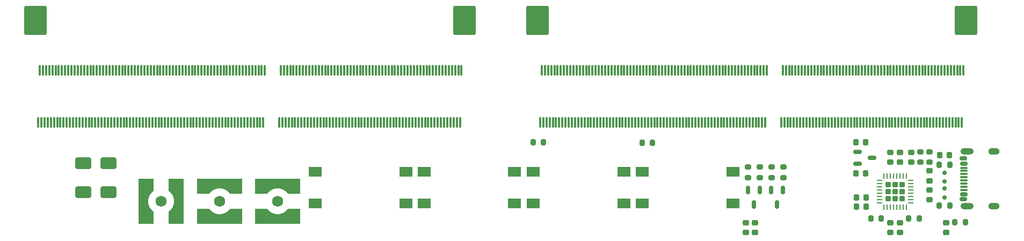
<source format=gtp>
%TF.GenerationSoftware,KiCad,Pcbnew,9.0.0*%
%TF.CreationDate,2025-09-20T16:18:57+02:00*%
%TF.ProjectId,ecap5-bcarrier-xlite,65636170-352d-4626-9361-72726965722d,rev?*%
%TF.SameCoordinates,Original*%
%TF.FileFunction,Paste,Top*%
%TF.FilePolarity,Positive*%
%FSLAX46Y46*%
G04 Gerber Fmt 4.6, Leading zero omitted, Abs format (unit mm)*
G04 Created by KiCad (PCBNEW 9.0.0) date 2025-09-20 16:18:57*
%MOMM*%
%LPD*%
G01*
G04 APERTURE LIST*
G04 Aperture macros list*
%AMRoundRect*
0 Rectangle with rounded corners*
0 $1 Rounding radius*
0 $2 $3 $4 $5 $6 $7 $8 $9 X,Y pos of 4 corners*
0 Add a 4 corners polygon primitive as box body*
4,1,4,$2,$3,$4,$5,$6,$7,$8,$9,$2,$3,0*
0 Add four circle primitives for the rounded corners*
1,1,$1+$1,$2,$3*
1,1,$1+$1,$4,$5*
1,1,$1+$1,$6,$7*
1,1,$1+$1,$8,$9*
0 Add four rect primitives between the rounded corners*
20,1,$1+$1,$2,$3,$4,$5,0*
20,1,$1+$1,$4,$5,$6,$7,0*
20,1,$1+$1,$6,$7,$8,$9,0*
20,1,$1+$1,$8,$9,$2,$3,0*%
%AMFreePoly0*
4,1,25,-1.500000,1.420000,-1.360000,1.280000,-1.205000,1.155000,-1.035000,1.045000,-0.860000,0.950000,-0.675000,0.875000,-0.480000,0.820000,-0.280000,0.780000,-0.085000,0.765000,0.085000,0.765000,0.280000,0.780000,0.480000,0.820000,0.675000,0.875000,0.860000,0.950000,1.035000,1.045000,1.205000,1.155000,1.360000,1.280000,1.500000,1.420000,1.645000,1.595000,3.555000,1.595000,
3.555000,-0.755000,-3.555000,-0.755000,-3.555000,1.595000,-1.645000,1.595000,-1.500000,1.420000,-1.500000,1.420000,$1*%
G04 Aperture macros list end*
%ADD10RoundRect,0.200000X0.200000X0.275000X-0.200000X0.275000X-0.200000X-0.275000X0.200000X-0.275000X0*%
%ADD11RoundRect,0.150000X0.200000X-0.150000X0.200000X0.150000X-0.200000X0.150000X-0.200000X-0.150000X0*%
%ADD12C,1.730000*%
%ADD13FreePoly0,180.000000*%
%ADD14FreePoly0,0.000000*%
%ADD15RoundRect,0.225000X0.250000X-0.225000X0.250000X0.225000X-0.250000X0.225000X-0.250000X-0.225000X0*%
%ADD16RoundRect,0.225000X-0.250000X0.225000X-0.250000X-0.225000X0.250000X-0.225000X0.250000X0.225000X0*%
%ADD17RoundRect,0.225000X-0.225000X-0.250000X0.225000X-0.250000X0.225000X0.250000X-0.225000X0.250000X0*%
%ADD18R,2.000000X1.500000*%
%ADD19RoundRect,0.218750X-0.256250X0.218750X-0.256250X-0.218750X0.256250X-0.218750X0.256250X0.218750X0*%
%ADD20RoundRect,0.200000X-0.275000X0.200000X-0.275000X-0.200000X0.275000X-0.200000X0.275000X0.200000X0*%
%ADD21RoundRect,0.200000X-0.200000X-0.275000X0.200000X-0.275000X0.200000X0.275000X-0.200000X0.275000X0*%
%ADD22RoundRect,0.150000X-0.150000X0.512500X-0.150000X-0.512500X0.150000X-0.512500X0.150000X0.512500X0*%
%ADD23RoundRect,0.250000X1.000000X0.650000X-1.000000X0.650000X-1.000000X-0.650000X1.000000X-0.650000X0*%
%ADD24RoundRect,0.200000X0.275000X-0.200000X0.275000X0.200000X-0.275000X0.200000X-0.275000X-0.200000X0*%
%ADD25RoundRect,0.222500X0.222500X-0.222500X0.222500X0.222500X-0.222500X0.222500X-0.222500X-0.222500X0*%
%ADD26RoundRect,0.062500X0.062500X-0.375000X0.062500X0.375000X-0.062500X0.375000X-0.062500X-0.375000X0*%
%ADD27RoundRect,0.062500X0.375000X-0.062500X0.375000X0.062500X-0.375000X0.062500X-0.375000X-0.062500X0*%
%ADD28FreePoly0,90.000000*%
%ADD29FreePoly0,270.000000*%
%ADD30RoundRect,0.218750X0.256250X-0.218750X0.256250X0.218750X-0.256250X0.218750X-0.256250X-0.218750X0*%
%ADD31RoundRect,0.150000X0.425000X-0.150000X0.425000X0.150000X-0.425000X0.150000X-0.425000X-0.150000X0*%
%ADD32RoundRect,0.075000X0.500000X-0.075000X0.500000X0.075000X-0.500000X0.075000X-0.500000X-0.075000X0*%
%ADD33O,2.100000X1.000000*%
%ADD34O,1.800000X1.000000*%
%ADD35RoundRect,0.225000X0.225000X0.250000X-0.225000X0.250000X-0.225000X-0.250000X0.225000X-0.250000X0*%
%ADD36RoundRect,0.150000X-0.512500X-0.150000X0.512500X-0.150000X0.512500X0.150000X-0.512500X0.150000X0*%
%ADD37RoundRect,0.075000X-0.075000X-0.775000X0.075000X-0.775000X0.075000X0.775000X-0.075000X0.775000X0*%
%ADD38RoundRect,0.250000X-1.500000X-2.050000X1.500000X-2.050000X1.500000X2.050000X-1.500000X2.050000X0*%
%ADD39RoundRect,0.218750X-0.218750X-0.256250X0.218750X-0.256250X0.218750X0.256250X-0.218750X0.256250X0*%
%ADD40RoundRect,0.150000X-0.200000X0.150000X-0.200000X-0.150000X0.200000X-0.150000X0.200000X0.150000X0*%
G04 APERTURE END LIST*
D10*
%TO.C,R2*%
X226785000Y-112415000D03*
X225135000Y-112415000D03*
%TD*%
D11*
%TO.C,D4*%
X225960000Y-113715000D03*
X225960000Y-115115000D03*
%TD*%
D12*
%TO.C,J7*%
X120785000Y-118240000D03*
D13*
X120785000Y-115440000D03*
D14*
X120785000Y-121040000D03*
%TD*%
D15*
%TO.C,C4*%
X218910000Y-112015000D03*
X218910000Y-110465000D03*
%TD*%
%TO.C,C9*%
X220660000Y-112015000D03*
X220660000Y-110465000D03*
%TD*%
D16*
%TO.C,C7*%
X223610000Y-116390000D03*
X223610000Y-117940000D03*
%TD*%
D17*
%TO.C,C2*%
X211980000Y-113815000D03*
X213530000Y-113815000D03*
%TD*%
D18*
%TO.C,SW3*%
X175385000Y-118540000D03*
X161085000Y-118540000D03*
X175385000Y-113540000D03*
X161085000Y-113540000D03*
%TD*%
D19*
%TO.C,D2*%
X194577500Y-121552500D03*
X194577500Y-123127500D03*
%TD*%
D17*
%TO.C,C1*%
X211980000Y-108890000D03*
X213530000Y-108890000D03*
%TD*%
D20*
%TO.C,R10*%
X198702500Y-112827500D03*
X198702500Y-114477500D03*
%TD*%
D21*
%TO.C,R6*%
X214335000Y-120915000D03*
X215985000Y-120915000D03*
%TD*%
D22*
%TO.C,Q2*%
X200490000Y-116415000D03*
X198590000Y-116415000D03*
X199540000Y-118690000D03*
%TD*%
D23*
%TO.C,D1*%
X94135000Y-116740000D03*
X90135000Y-116740000D03*
%TD*%
%TO.C,D9*%
X94135000Y-112190000D03*
X90135000Y-112190000D03*
%TD*%
D15*
%TO.C,C8*%
X223610000Y-114965000D03*
X223610000Y-113415000D03*
%TD*%
D24*
%TO.C,R9*%
X196827500Y-114477500D03*
X196827500Y-112827500D03*
%TD*%
D18*
%TO.C,SW4*%
X192560000Y-118565000D03*
X178260000Y-118565000D03*
X192560000Y-113565000D03*
X178260000Y-113565000D03*
%TD*%
D25*
%TO.C,U1*%
X217050000Y-117777500D03*
X218150000Y-117777500D03*
X219250000Y-117777500D03*
X217050000Y-116677500D03*
X218150000Y-116677500D03*
X219250000Y-116677500D03*
X217050000Y-115577500D03*
X218150000Y-115577500D03*
X219250000Y-115577500D03*
D26*
X216400000Y-119115000D03*
X216900000Y-119115000D03*
X217400000Y-119115000D03*
X217900000Y-119115000D03*
X218400000Y-119115000D03*
X218900000Y-119115000D03*
X219400000Y-119115000D03*
X219900000Y-119115000D03*
D27*
X220587500Y-118427500D03*
X220587500Y-117927500D03*
X220587500Y-117427500D03*
X220587500Y-116927500D03*
X220587500Y-116427500D03*
X220587500Y-115927500D03*
X220587500Y-115427500D03*
X220587500Y-114927500D03*
D26*
X219900000Y-114240000D03*
X219400000Y-114240000D03*
X218900000Y-114240000D03*
X218400000Y-114240000D03*
X217900000Y-114240000D03*
X217400000Y-114240000D03*
X216900000Y-114240000D03*
X216400000Y-114240000D03*
D27*
X215712500Y-114927500D03*
X215712500Y-115427500D03*
X215712500Y-115927500D03*
X215712500Y-116427500D03*
X215712500Y-116927500D03*
X215712500Y-117427500D03*
X215712500Y-117927500D03*
X215712500Y-118427500D03*
%TD*%
D20*
%TO.C,R8*%
X194952500Y-112827500D03*
X194952500Y-114477500D03*
%TD*%
D12*
%TO.C,J6*%
X102415000Y-118190000D03*
D28*
X105215000Y-118190000D03*
D29*
X99615000Y-118190000D03*
%TD*%
D30*
%TO.C,D7*%
X218885000Y-123127500D03*
X218885000Y-121552500D03*
%TD*%
D31*
%TO.C,J5*%
X228935000Y-117865000D03*
X228955000Y-117065000D03*
D32*
X228955000Y-115915000D03*
X228955000Y-114915000D03*
X228955000Y-114415000D03*
X228955000Y-113415000D03*
D31*
X228955000Y-112265000D03*
X228935000Y-111465000D03*
X228935000Y-111465000D03*
X228955000Y-112265000D03*
D32*
X228955000Y-112915000D03*
X228955000Y-113915000D03*
X228955000Y-115415000D03*
X228955000Y-116415000D03*
D31*
X228955000Y-117065000D03*
X228935000Y-117865000D03*
D33*
X229530000Y-118985000D03*
D34*
X233710000Y-118985000D03*
D33*
X229530000Y-110345000D03*
D34*
X233710000Y-110345000D03*
%TD*%
D10*
%TO.C,R7*%
X221935000Y-120940000D03*
X220285000Y-120940000D03*
%TD*%
D30*
%TO.C,D5*%
X226185000Y-123127500D03*
X226185000Y-121552500D03*
%TD*%
D35*
%TO.C,C5*%
X213585000Y-117590000D03*
X212035000Y-117590000D03*
%TD*%
D36*
%TO.C,U2*%
X212222500Y-110405000D03*
X212222500Y-112305000D03*
X214497500Y-111355000D03*
%TD*%
D22*
%TO.C,Q1*%
X196827500Y-116415000D03*
X194927500Y-116415000D03*
X195877500Y-118690000D03*
%TD*%
D19*
%TO.C,D8*%
X196052500Y-121552500D03*
X196052500Y-123127500D03*
%TD*%
D10*
%TO.C,R1*%
X226785000Y-118915000D03*
X225135000Y-118915000D03*
%TD*%
D18*
%TO.C,SW2*%
X158160000Y-118540000D03*
X143860000Y-118540000D03*
X158160000Y-113540000D03*
X143860000Y-113540000D03*
%TD*%
D37*
%TO.C,J2*%
X162185000Y-105740000D03*
X162435000Y-97540001D03*
X162685000Y-105740000D03*
X162935000Y-97540001D03*
X163185000Y-105740000D03*
X163435000Y-97540001D03*
X163685000Y-105740000D03*
X163935000Y-97540001D03*
X164185000Y-105740000D03*
X164435000Y-97540001D03*
X164685000Y-105740000D03*
X164935000Y-97540001D03*
X165185000Y-105740000D03*
X165435000Y-97540001D03*
X165685000Y-105740000D03*
X165935000Y-97540001D03*
X166185000Y-105740000D03*
X166435000Y-97540001D03*
X166685000Y-105740000D03*
X166935000Y-97540001D03*
X167185000Y-105740000D03*
X167435000Y-97540001D03*
X167685000Y-105740000D03*
X167935000Y-97540001D03*
X168185000Y-105740000D03*
X168435000Y-97540001D03*
X168685000Y-105740000D03*
X168935000Y-97540001D03*
X169185000Y-105740000D03*
X169435000Y-97540001D03*
X169685000Y-105740000D03*
X169935000Y-97540001D03*
X170185000Y-105740000D03*
X170435000Y-97540001D03*
X170685000Y-105740000D03*
X170935000Y-97540001D03*
X171185000Y-105740000D03*
X171435000Y-97540001D03*
X171685000Y-105740000D03*
X171935000Y-97540001D03*
X172185000Y-105740000D03*
X172435000Y-97540001D03*
X172685000Y-105740000D03*
X172935000Y-97540001D03*
X173185000Y-105740000D03*
X173435000Y-97540001D03*
X173685000Y-105740000D03*
X173935000Y-97540001D03*
X174185000Y-105740000D03*
X174435000Y-97540001D03*
X174685000Y-105740000D03*
X174935000Y-97540001D03*
X175185000Y-105740000D03*
X175435000Y-97540001D03*
X175685000Y-105740000D03*
X175935000Y-97540001D03*
X176185000Y-105740000D03*
X176435000Y-97540001D03*
X176685000Y-105740000D03*
X176935000Y-97540001D03*
X177185000Y-105740000D03*
X177435000Y-97540001D03*
X177685000Y-105740000D03*
X177935000Y-97540001D03*
X178185000Y-105740000D03*
X178435000Y-97540001D03*
X178685000Y-105740000D03*
X178935000Y-97540001D03*
X179185000Y-105740000D03*
X179435000Y-97540001D03*
X179685000Y-105740000D03*
X179935000Y-97540001D03*
X180185000Y-105740000D03*
X180435000Y-97540001D03*
X180685000Y-105740000D03*
X180935000Y-97540001D03*
X181185000Y-105740000D03*
X181435000Y-97540001D03*
X181685000Y-105740000D03*
X181935000Y-97540001D03*
X182185000Y-105740000D03*
X182435000Y-97540001D03*
X182685000Y-105740000D03*
X182935000Y-97540001D03*
X183185000Y-105740000D03*
X183435000Y-97540001D03*
X183685000Y-105740000D03*
X183935000Y-97540001D03*
X184185000Y-105740000D03*
X184435000Y-97540001D03*
X184685000Y-105740000D03*
X184935000Y-97540001D03*
X185185000Y-105740000D03*
X185435000Y-97540001D03*
X185685000Y-105740000D03*
X185935000Y-97540001D03*
X186185000Y-105740000D03*
X186435000Y-97540001D03*
X186685000Y-105740000D03*
X186935000Y-97540001D03*
X187185000Y-105740000D03*
X187435000Y-97540001D03*
X187685000Y-105740000D03*
X187935000Y-97540001D03*
X188185000Y-105740000D03*
X188435000Y-97540001D03*
X188685000Y-105740000D03*
X188935000Y-97540001D03*
X189185000Y-105740000D03*
X189435000Y-97540001D03*
X189685000Y-105740000D03*
X189935000Y-97540001D03*
X190185000Y-105740000D03*
X190435000Y-97540001D03*
X190685000Y-105740000D03*
X190935000Y-97540001D03*
X191185000Y-105740000D03*
X191435000Y-97540001D03*
X191685000Y-105740000D03*
X191935000Y-97540001D03*
X192185000Y-105740000D03*
X192435000Y-97540001D03*
X192685000Y-105740000D03*
X192935000Y-97540001D03*
X193185000Y-105740000D03*
X193435000Y-97540001D03*
X193685000Y-105740000D03*
X193935000Y-97540001D03*
X194185000Y-105740000D03*
X194435000Y-97540001D03*
X194685000Y-105740000D03*
X194935000Y-97540001D03*
X195185000Y-105740000D03*
X195435000Y-97540001D03*
X195685000Y-105740000D03*
X195935000Y-97540001D03*
X196185000Y-105740000D03*
X196435000Y-97540001D03*
X196685000Y-105740000D03*
X196935000Y-97540001D03*
X197185000Y-105740000D03*
X197435000Y-97540001D03*
X197685000Y-105740000D03*
X197935000Y-97540001D03*
X200185000Y-105740000D03*
X200435000Y-97540001D03*
X200685000Y-105740000D03*
X200935000Y-97540001D03*
X201185000Y-105740000D03*
X201435000Y-97540001D03*
X201685000Y-105740000D03*
X201935000Y-97540001D03*
X202185000Y-105740000D03*
X202435000Y-97540001D03*
X202685000Y-105740000D03*
X202935000Y-97540001D03*
X203185000Y-105740000D03*
X203435000Y-97540001D03*
X203685000Y-105740000D03*
X203935000Y-97540001D03*
X204185000Y-105740000D03*
X204435000Y-97540001D03*
X204685000Y-105740000D03*
X204935000Y-97540001D03*
X205185000Y-105740000D03*
X205435000Y-97540001D03*
X205685000Y-105740000D03*
X205935000Y-97540001D03*
X206185000Y-105740000D03*
X206435000Y-97540001D03*
X206685000Y-105740000D03*
X206935000Y-97540001D03*
X207185000Y-105740000D03*
X207435000Y-97540001D03*
X207685000Y-105740000D03*
X207935000Y-97540001D03*
X208185000Y-105740000D03*
X208435000Y-97540001D03*
X208685000Y-105740000D03*
X208935000Y-97540001D03*
X209185000Y-105740000D03*
X209435000Y-97540001D03*
X209685000Y-105740000D03*
X209935000Y-97540001D03*
X210185000Y-105740000D03*
X210435000Y-97540001D03*
X210685000Y-105740000D03*
X210935000Y-97540001D03*
X211185000Y-105740000D03*
X211435000Y-97540001D03*
X211685000Y-105740000D03*
X211935000Y-97540001D03*
X212185000Y-105740000D03*
X212435000Y-97540001D03*
X212685000Y-105740000D03*
X212935000Y-97540001D03*
X213185000Y-105740000D03*
X213435000Y-97540001D03*
X213685000Y-105740000D03*
X213935000Y-97540001D03*
X214185000Y-105740000D03*
X214435000Y-97540001D03*
X214685000Y-105740000D03*
X214935000Y-97540001D03*
X215185000Y-105740000D03*
X215435000Y-97540001D03*
X215685000Y-105740000D03*
X215935000Y-97540001D03*
X216185000Y-105740000D03*
X216435000Y-97540001D03*
X216685000Y-105740000D03*
X216935000Y-97540001D03*
X217185000Y-105740000D03*
X217435000Y-97540001D03*
X217685000Y-105740000D03*
X217935000Y-97540001D03*
X218185000Y-105740000D03*
X218435000Y-97540001D03*
X218685000Y-105740000D03*
X218935000Y-97540001D03*
X219185000Y-105740000D03*
X219435000Y-97540001D03*
X219685000Y-105740000D03*
X219935000Y-97540001D03*
X220185000Y-105740000D03*
X220435000Y-97540001D03*
X220685000Y-105740000D03*
X220935000Y-97540001D03*
X221185000Y-105740000D03*
X221435000Y-97540001D03*
X221685000Y-105740000D03*
X221935000Y-97540001D03*
X222185000Y-105740000D03*
X222435000Y-97540001D03*
X222685000Y-105740000D03*
X222935000Y-97540001D03*
X223185000Y-105740000D03*
X223435000Y-97540001D03*
X223685000Y-105740000D03*
X223935000Y-97540001D03*
X224185000Y-105740000D03*
X224435000Y-97540001D03*
X224685000Y-105740000D03*
X224935000Y-97540001D03*
X225185000Y-105740000D03*
X225435000Y-97540001D03*
X225685000Y-105740000D03*
X225935000Y-97540001D03*
X226185000Y-105740000D03*
X226435000Y-97540001D03*
X226685000Y-105740000D03*
X226935000Y-97540001D03*
X227185000Y-105740000D03*
X227435000Y-97540001D03*
X227685000Y-105740000D03*
X227935000Y-97540001D03*
X228185000Y-105740000D03*
X228435000Y-97540001D03*
X228685000Y-105740000D03*
X228935000Y-97540001D03*
D38*
X161760000Y-89640000D03*
X229360000Y-89640000D03*
%TD*%
D37*
%TO.C,J1*%
X83035000Y-105740000D03*
X83285000Y-97540001D03*
X83535000Y-105740000D03*
X83785000Y-97540001D03*
X84035000Y-105740000D03*
X84285000Y-97540001D03*
X84535000Y-105740000D03*
X84785000Y-97540001D03*
X85035000Y-105740000D03*
X85285000Y-97540001D03*
X85535000Y-105740000D03*
X85785000Y-97540001D03*
X86035000Y-105740000D03*
X86285000Y-97540001D03*
X86535000Y-105740000D03*
X86785000Y-97540001D03*
X87035000Y-105740000D03*
X87285000Y-97540001D03*
X87535000Y-105740000D03*
X87785000Y-97540001D03*
X88035000Y-105740000D03*
X88285000Y-97540001D03*
X88535000Y-105740000D03*
X88785000Y-97540001D03*
X89035000Y-105740000D03*
X89285000Y-97540001D03*
X89535000Y-105740000D03*
X89785000Y-97540001D03*
X90035000Y-105740000D03*
X90285000Y-97540001D03*
X90535000Y-105740000D03*
X90785000Y-97540001D03*
X91035000Y-105740000D03*
X91285000Y-97540001D03*
X91535000Y-105740000D03*
X91785000Y-97540001D03*
X92035000Y-105740000D03*
X92285000Y-97540001D03*
X92535000Y-105740000D03*
X92785000Y-97540001D03*
X93035000Y-105740000D03*
X93285000Y-97540001D03*
X93535000Y-105740000D03*
X93785000Y-97540001D03*
X94035000Y-105740000D03*
X94285000Y-97540001D03*
X94535000Y-105740000D03*
X94785000Y-97540001D03*
X95035000Y-105740000D03*
X95285000Y-97540001D03*
X95535000Y-105740000D03*
X95785000Y-97540001D03*
X96035000Y-105740000D03*
X96285000Y-97540001D03*
X96535000Y-105740000D03*
X96785000Y-97540001D03*
X97035000Y-105740000D03*
X97285000Y-97540001D03*
X97535000Y-105740000D03*
X97785000Y-97540001D03*
X98035000Y-105740000D03*
X98285000Y-97540001D03*
X98535000Y-105740000D03*
X98785000Y-97540001D03*
X99035000Y-105740000D03*
X99285000Y-97540001D03*
X99535000Y-105740000D03*
X99785000Y-97540001D03*
X100035000Y-105740000D03*
X100285000Y-97540001D03*
X100535000Y-105740000D03*
X100785000Y-97540001D03*
X101035000Y-105740000D03*
X101285000Y-97540001D03*
X101535000Y-105740000D03*
X101785000Y-97540001D03*
X102035000Y-105740000D03*
X102285000Y-97540001D03*
X102535000Y-105740000D03*
X102785000Y-97540001D03*
X103035000Y-105740000D03*
X103285000Y-97540001D03*
X103535000Y-105740000D03*
X103785000Y-97540001D03*
X104035000Y-105740000D03*
X104285000Y-97540001D03*
X104535000Y-105740000D03*
X104785000Y-97540001D03*
X105035000Y-105740000D03*
X105285000Y-97540001D03*
X105535000Y-105740000D03*
X105785000Y-97540001D03*
X106035000Y-105740000D03*
X106285000Y-97540001D03*
X106535000Y-105740000D03*
X106785000Y-97540001D03*
X107035000Y-105740000D03*
X107285000Y-97540001D03*
X107535000Y-105740000D03*
X107785000Y-97540001D03*
X108035000Y-105740000D03*
X108285000Y-97540001D03*
X108535000Y-105740000D03*
X108785000Y-97540001D03*
X109035000Y-105740000D03*
X109285000Y-97540001D03*
X109535000Y-105740000D03*
X109785000Y-97540001D03*
X110035000Y-105740000D03*
X110285000Y-97540001D03*
X110535000Y-105740000D03*
X110785000Y-97540001D03*
X111035000Y-105740000D03*
X111285000Y-97540001D03*
X111535000Y-105740000D03*
X111785000Y-97540001D03*
X112035000Y-105740000D03*
X112285000Y-97540001D03*
X112535000Y-105740000D03*
X112785000Y-97540001D03*
X113035000Y-105740000D03*
X113285000Y-97540001D03*
X113535000Y-105740000D03*
X113785000Y-97540001D03*
X114035000Y-105740000D03*
X114285000Y-97540001D03*
X114535000Y-105740000D03*
X114785000Y-97540001D03*
X115035000Y-105740000D03*
X115285000Y-97540001D03*
X115535000Y-105740000D03*
X115785000Y-97540001D03*
X116035000Y-105740000D03*
X116285000Y-97540001D03*
X116535000Y-105740000D03*
X116785000Y-97540001D03*
X117035000Y-105740000D03*
X117285000Y-97540001D03*
X117535000Y-105740000D03*
X117785000Y-97540001D03*
X118035000Y-105740000D03*
X118285000Y-97540001D03*
X118535000Y-105740000D03*
X118785000Y-97540001D03*
X121035000Y-105740000D03*
X121285000Y-97540001D03*
X121535000Y-105740000D03*
X121785000Y-97540001D03*
X122035000Y-105740000D03*
X122285000Y-97540001D03*
X122535000Y-105740000D03*
X122785000Y-97540001D03*
X123035000Y-105740000D03*
X123285000Y-97540001D03*
X123535000Y-105740000D03*
X123785000Y-97540001D03*
X124035000Y-105740000D03*
X124285000Y-97540001D03*
X124535000Y-105740000D03*
X124785000Y-97540001D03*
X125035000Y-105740000D03*
X125285000Y-97540001D03*
X125535000Y-105740000D03*
X125785000Y-97540001D03*
X126035000Y-105740000D03*
X126285000Y-97540001D03*
X126535000Y-105740000D03*
X126785000Y-97540001D03*
X127035000Y-105740000D03*
X127285000Y-97540001D03*
X127535000Y-105740000D03*
X127785000Y-97540001D03*
X128035000Y-105740000D03*
X128285000Y-97540001D03*
X128535000Y-105740000D03*
X128785000Y-97540001D03*
X129035000Y-105740000D03*
X129285000Y-97540001D03*
X129535000Y-105740000D03*
X129785000Y-97540001D03*
X130035000Y-105740000D03*
X130285000Y-97540001D03*
X130535000Y-105740000D03*
X130785000Y-97540001D03*
X131035000Y-105740000D03*
X131285000Y-97540001D03*
X131535000Y-105740000D03*
X131785000Y-97540001D03*
X132035000Y-105740000D03*
X132285000Y-97540001D03*
X132535000Y-105740000D03*
X132785000Y-97540001D03*
X133035000Y-105740000D03*
X133285000Y-97540001D03*
X133535000Y-105740000D03*
X133785000Y-97540001D03*
X134035000Y-105740000D03*
X134285000Y-97540001D03*
X134535000Y-105740000D03*
X134785000Y-97540001D03*
X135035000Y-105740000D03*
X135285000Y-97540001D03*
X135535000Y-105740000D03*
X135785000Y-97540001D03*
X136035000Y-105740000D03*
X136285000Y-97540001D03*
X136535000Y-105740000D03*
X136785000Y-97540001D03*
X137035000Y-105740000D03*
X137285000Y-97540001D03*
X137535000Y-105740000D03*
X137785000Y-97540001D03*
X138035000Y-105740000D03*
X138285000Y-97540001D03*
X138535000Y-105740000D03*
X138785000Y-97540001D03*
X139035000Y-105740000D03*
X139285000Y-97540001D03*
X139535000Y-105740000D03*
X139785000Y-97540001D03*
X140035000Y-105740000D03*
X140285000Y-97540001D03*
X140535000Y-105740000D03*
X140785000Y-97540001D03*
X141035000Y-105740000D03*
X141285000Y-97540001D03*
X141535000Y-105740000D03*
X141785000Y-97540001D03*
X142035000Y-105740000D03*
X142285000Y-97540001D03*
X142535000Y-105740000D03*
X142785000Y-97540001D03*
X143035000Y-105740000D03*
X143285000Y-97540001D03*
X143535000Y-105740000D03*
X143785000Y-97540001D03*
X144035000Y-105740000D03*
X144285000Y-97540001D03*
X144535000Y-105740000D03*
X144785000Y-97540001D03*
X145035000Y-105740000D03*
X145285000Y-97540001D03*
X145535000Y-105740000D03*
X145785000Y-97540001D03*
X146035000Y-105740000D03*
X146285000Y-97540001D03*
X146535000Y-105740000D03*
X146785000Y-97540001D03*
X147035000Y-105740000D03*
X147285000Y-97540001D03*
X147535000Y-105740000D03*
X147785000Y-97540001D03*
X148035000Y-105740000D03*
X148285000Y-97540001D03*
X148535000Y-105740000D03*
X148785000Y-97540001D03*
X149035000Y-105740000D03*
X149285000Y-97540001D03*
X149535000Y-105740000D03*
X149785000Y-97540001D03*
D38*
X82610000Y-89640000D03*
X150210000Y-89640000D03*
%TD*%
D30*
%TO.C,D6*%
X217385000Y-123127500D03*
X217385000Y-121552500D03*
%TD*%
D15*
%TO.C,C3*%
X217435000Y-112015000D03*
X217435000Y-110465000D03*
%TD*%
D39*
%TO.C,FB1*%
X225172500Y-110940000D03*
X226747500Y-110940000D03*
%TD*%
D40*
%TO.C,D3*%
X225960000Y-117615000D03*
X225960000Y-116215000D03*
%TD*%
D10*
%TO.C,R5*%
X229235000Y-121540000D03*
X227585000Y-121540000D03*
%TD*%
D21*
%TO.C,R13*%
X178260000Y-108940000D03*
X179910000Y-108940000D03*
%TD*%
D20*
%TO.C,R3*%
X223610000Y-110390000D03*
X223610000Y-112040000D03*
%TD*%
D12*
%TO.C,J8*%
X111615000Y-118240000D03*
D14*
X111615000Y-121040000D03*
D13*
X111615000Y-115440000D03*
%TD*%
D21*
%TO.C,R12*%
X161085000Y-108915000D03*
X162735000Y-108915000D03*
%TD*%
D35*
%TO.C,C6*%
X213585000Y-119065000D03*
X212035000Y-119065000D03*
%TD*%
D24*
%TO.C,R11*%
X200552500Y-114477500D03*
X200552500Y-112827500D03*
%TD*%
D18*
%TO.C,SW1*%
X140985000Y-118540000D03*
X126685000Y-118540000D03*
X140985000Y-113540000D03*
X126685000Y-113540000D03*
%TD*%
D24*
%TO.C,R4*%
X222135000Y-112040000D03*
X222135000Y-110390000D03*
%TD*%
M02*

</source>
